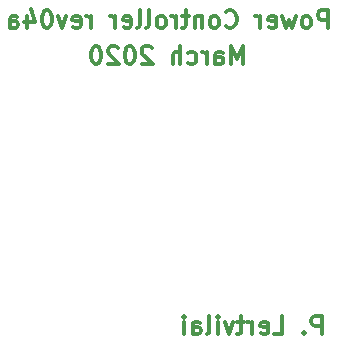
<source format=gbr>
G04 #@! TF.GenerationSoftware,KiCad,Pcbnew,(5.0.2)-1*
G04 #@! TF.CreationDate,2020-03-11T11:41:09-07:00*
G04 #@! TF.ProjectId,powerControl,706f7765-7243-46f6-9e74-726f6c2e6b69,rev?*
G04 #@! TF.SameCoordinates,Original*
G04 #@! TF.FileFunction,Legend,Bot*
G04 #@! TF.FilePolarity,Positive*
%FSLAX46Y46*%
G04 Gerber Fmt 4.6, Leading zero omitted, Abs format (unit mm)*
G04 Created by KiCad (PCBNEW (5.0.2)-1) date 3/11/2020 11:41:09 AM*
%MOMM*%
%LPD*%
G01*
G04 APERTURE LIST*
%ADD10C,0.300000*%
G04 APERTURE END LIST*
D10*
X104373428Y-80434571D02*
X104373428Y-78934571D01*
X103802000Y-78934571D01*
X103659142Y-79006000D01*
X103587714Y-79077428D01*
X103516285Y-79220285D01*
X103516285Y-79434571D01*
X103587714Y-79577428D01*
X103659142Y-79648857D01*
X103802000Y-79720285D01*
X104373428Y-79720285D01*
X102873428Y-80291714D02*
X102802000Y-80363142D01*
X102873428Y-80434571D01*
X102944857Y-80363142D01*
X102873428Y-80291714D01*
X102873428Y-80434571D01*
X100302000Y-80434571D02*
X101016285Y-80434571D01*
X101016285Y-78934571D01*
X99230571Y-80363142D02*
X99373428Y-80434571D01*
X99659142Y-80434571D01*
X99802000Y-80363142D01*
X99873428Y-80220285D01*
X99873428Y-79648857D01*
X99802000Y-79506000D01*
X99659142Y-79434571D01*
X99373428Y-79434571D01*
X99230571Y-79506000D01*
X99159142Y-79648857D01*
X99159142Y-79791714D01*
X99873428Y-79934571D01*
X98516285Y-80434571D02*
X98516285Y-79434571D01*
X98516285Y-79720285D02*
X98444857Y-79577428D01*
X98373428Y-79506000D01*
X98230571Y-79434571D01*
X98087714Y-79434571D01*
X97802000Y-79434571D02*
X97230571Y-79434571D01*
X97587714Y-78934571D02*
X97587714Y-80220285D01*
X97516285Y-80363142D01*
X97373428Y-80434571D01*
X97230571Y-80434571D01*
X96873428Y-79434571D02*
X96516285Y-80434571D01*
X96159142Y-79434571D01*
X95587714Y-80434571D02*
X95587714Y-79434571D01*
X95587714Y-78934571D02*
X95659142Y-79006000D01*
X95587714Y-79077428D01*
X95516285Y-79006000D01*
X95587714Y-78934571D01*
X95587714Y-79077428D01*
X94659142Y-80434571D02*
X94802000Y-80363142D01*
X94873428Y-80220285D01*
X94873428Y-78934571D01*
X93444857Y-80434571D02*
X93444857Y-79648857D01*
X93516285Y-79506000D01*
X93659142Y-79434571D01*
X93944857Y-79434571D01*
X94087714Y-79506000D01*
X93444857Y-80363142D02*
X93587714Y-80434571D01*
X93944857Y-80434571D01*
X94087714Y-80363142D01*
X94159142Y-80220285D01*
X94159142Y-80077428D01*
X94087714Y-79934571D01*
X93944857Y-79863142D01*
X93587714Y-79863142D01*
X93444857Y-79791714D01*
X92730571Y-80434571D02*
X92730571Y-79434571D01*
X92730571Y-78934571D02*
X92802000Y-79006000D01*
X92730571Y-79077428D01*
X92659142Y-79006000D01*
X92730571Y-78934571D01*
X92730571Y-79077428D01*
X97705857Y-57574571D02*
X97705857Y-56074571D01*
X97205857Y-57146000D01*
X96705857Y-56074571D01*
X96705857Y-57574571D01*
X95348714Y-57574571D02*
X95348714Y-56788857D01*
X95420142Y-56646000D01*
X95563000Y-56574571D01*
X95848714Y-56574571D01*
X95991571Y-56646000D01*
X95348714Y-57503142D02*
X95491571Y-57574571D01*
X95848714Y-57574571D01*
X95991571Y-57503142D01*
X96063000Y-57360285D01*
X96063000Y-57217428D01*
X95991571Y-57074571D01*
X95848714Y-57003142D01*
X95491571Y-57003142D01*
X95348714Y-56931714D01*
X94634428Y-57574571D02*
X94634428Y-56574571D01*
X94634428Y-56860285D02*
X94563000Y-56717428D01*
X94491571Y-56646000D01*
X94348714Y-56574571D01*
X94205857Y-56574571D01*
X93063000Y-57503142D02*
X93205857Y-57574571D01*
X93491571Y-57574571D01*
X93634428Y-57503142D01*
X93705857Y-57431714D01*
X93777285Y-57288857D01*
X93777285Y-56860285D01*
X93705857Y-56717428D01*
X93634428Y-56646000D01*
X93491571Y-56574571D01*
X93205857Y-56574571D01*
X93063000Y-56646000D01*
X92420142Y-57574571D02*
X92420142Y-56074571D01*
X91777285Y-57574571D02*
X91777285Y-56788857D01*
X91848714Y-56646000D01*
X91991571Y-56574571D01*
X92205857Y-56574571D01*
X92348714Y-56646000D01*
X92420142Y-56717428D01*
X89991571Y-56217428D02*
X89920142Y-56146000D01*
X89777285Y-56074571D01*
X89420142Y-56074571D01*
X89277285Y-56146000D01*
X89205857Y-56217428D01*
X89134428Y-56360285D01*
X89134428Y-56503142D01*
X89205857Y-56717428D01*
X90063000Y-57574571D01*
X89134428Y-57574571D01*
X88205857Y-56074571D02*
X88063000Y-56074571D01*
X87920142Y-56146000D01*
X87848714Y-56217428D01*
X87777285Y-56360285D01*
X87705857Y-56646000D01*
X87705857Y-57003142D01*
X87777285Y-57288857D01*
X87848714Y-57431714D01*
X87920142Y-57503142D01*
X88063000Y-57574571D01*
X88205857Y-57574571D01*
X88348714Y-57503142D01*
X88420142Y-57431714D01*
X88491571Y-57288857D01*
X88563000Y-57003142D01*
X88563000Y-56646000D01*
X88491571Y-56360285D01*
X88420142Y-56217428D01*
X88348714Y-56146000D01*
X88205857Y-56074571D01*
X87134428Y-56217428D02*
X87063000Y-56146000D01*
X86920142Y-56074571D01*
X86563000Y-56074571D01*
X86420142Y-56146000D01*
X86348714Y-56217428D01*
X86277285Y-56360285D01*
X86277285Y-56503142D01*
X86348714Y-56717428D01*
X87205857Y-57574571D01*
X86277285Y-57574571D01*
X85348714Y-56074571D02*
X85205857Y-56074571D01*
X85063000Y-56146000D01*
X84991571Y-56217428D01*
X84920142Y-56360285D01*
X84848714Y-56646000D01*
X84848714Y-57003142D01*
X84920142Y-57288857D01*
X84991571Y-57431714D01*
X85063000Y-57503142D01*
X85205857Y-57574571D01*
X85348714Y-57574571D01*
X85491571Y-57503142D01*
X85563000Y-57431714D01*
X85634428Y-57288857D01*
X85705857Y-57003142D01*
X85705857Y-56646000D01*
X85634428Y-56360285D01*
X85563000Y-56217428D01*
X85491571Y-56146000D01*
X85348714Y-56074571D01*
X104904285Y-54526571D02*
X104904285Y-53026571D01*
X104332857Y-53026571D01*
X104190000Y-53098000D01*
X104118571Y-53169428D01*
X104047142Y-53312285D01*
X104047142Y-53526571D01*
X104118571Y-53669428D01*
X104190000Y-53740857D01*
X104332857Y-53812285D01*
X104904285Y-53812285D01*
X103190000Y-54526571D02*
X103332857Y-54455142D01*
X103404285Y-54383714D01*
X103475714Y-54240857D01*
X103475714Y-53812285D01*
X103404285Y-53669428D01*
X103332857Y-53598000D01*
X103190000Y-53526571D01*
X102975714Y-53526571D01*
X102832857Y-53598000D01*
X102761428Y-53669428D01*
X102690000Y-53812285D01*
X102690000Y-54240857D01*
X102761428Y-54383714D01*
X102832857Y-54455142D01*
X102975714Y-54526571D01*
X103190000Y-54526571D01*
X102190000Y-53526571D02*
X101904285Y-54526571D01*
X101618571Y-53812285D01*
X101332857Y-54526571D01*
X101047142Y-53526571D01*
X99904285Y-54455142D02*
X100047142Y-54526571D01*
X100332857Y-54526571D01*
X100475714Y-54455142D01*
X100547142Y-54312285D01*
X100547142Y-53740857D01*
X100475714Y-53598000D01*
X100332857Y-53526571D01*
X100047142Y-53526571D01*
X99904285Y-53598000D01*
X99832857Y-53740857D01*
X99832857Y-53883714D01*
X100547142Y-54026571D01*
X99190000Y-54526571D02*
X99190000Y-53526571D01*
X99190000Y-53812285D02*
X99118571Y-53669428D01*
X99047142Y-53598000D01*
X98904285Y-53526571D01*
X98761428Y-53526571D01*
X96261428Y-54383714D02*
X96332857Y-54455142D01*
X96547142Y-54526571D01*
X96690000Y-54526571D01*
X96904285Y-54455142D01*
X97047142Y-54312285D01*
X97118571Y-54169428D01*
X97190000Y-53883714D01*
X97190000Y-53669428D01*
X97118571Y-53383714D01*
X97047142Y-53240857D01*
X96904285Y-53098000D01*
X96690000Y-53026571D01*
X96547142Y-53026571D01*
X96332857Y-53098000D01*
X96261428Y-53169428D01*
X95404285Y-54526571D02*
X95547142Y-54455142D01*
X95618571Y-54383714D01*
X95690000Y-54240857D01*
X95690000Y-53812285D01*
X95618571Y-53669428D01*
X95547142Y-53598000D01*
X95404285Y-53526571D01*
X95190000Y-53526571D01*
X95047142Y-53598000D01*
X94975714Y-53669428D01*
X94904285Y-53812285D01*
X94904285Y-54240857D01*
X94975714Y-54383714D01*
X95047142Y-54455142D01*
X95190000Y-54526571D01*
X95404285Y-54526571D01*
X94261428Y-53526571D02*
X94261428Y-54526571D01*
X94261428Y-53669428D02*
X94190000Y-53598000D01*
X94047142Y-53526571D01*
X93832857Y-53526571D01*
X93690000Y-53598000D01*
X93618571Y-53740857D01*
X93618571Y-54526571D01*
X93118571Y-53526571D02*
X92547142Y-53526571D01*
X92904285Y-53026571D02*
X92904285Y-54312285D01*
X92832857Y-54455142D01*
X92690000Y-54526571D01*
X92547142Y-54526571D01*
X92047142Y-54526571D02*
X92047142Y-53526571D01*
X92047142Y-53812285D02*
X91975714Y-53669428D01*
X91904285Y-53598000D01*
X91761428Y-53526571D01*
X91618571Y-53526571D01*
X90904285Y-54526571D02*
X91047142Y-54455142D01*
X91118571Y-54383714D01*
X91190000Y-54240857D01*
X91190000Y-53812285D01*
X91118571Y-53669428D01*
X91047142Y-53598000D01*
X90904285Y-53526571D01*
X90690000Y-53526571D01*
X90547142Y-53598000D01*
X90475714Y-53669428D01*
X90404285Y-53812285D01*
X90404285Y-54240857D01*
X90475714Y-54383714D01*
X90547142Y-54455142D01*
X90690000Y-54526571D01*
X90904285Y-54526571D01*
X89547142Y-54526571D02*
X89690000Y-54455142D01*
X89761428Y-54312285D01*
X89761428Y-53026571D01*
X88761428Y-54526571D02*
X88904285Y-54455142D01*
X88975714Y-54312285D01*
X88975714Y-53026571D01*
X87618571Y-54455142D02*
X87761428Y-54526571D01*
X88047142Y-54526571D01*
X88190000Y-54455142D01*
X88261428Y-54312285D01*
X88261428Y-53740857D01*
X88190000Y-53598000D01*
X88047142Y-53526571D01*
X87761428Y-53526571D01*
X87618571Y-53598000D01*
X87547142Y-53740857D01*
X87547142Y-53883714D01*
X88261428Y-54026571D01*
X86904285Y-54526571D02*
X86904285Y-53526571D01*
X86904285Y-53812285D02*
X86832857Y-53669428D01*
X86761428Y-53598000D01*
X86618571Y-53526571D01*
X86475714Y-53526571D01*
X84832857Y-54526571D02*
X84832857Y-53526571D01*
X84832857Y-53812285D02*
X84761428Y-53669428D01*
X84690000Y-53598000D01*
X84547142Y-53526571D01*
X84404285Y-53526571D01*
X83332857Y-54455142D02*
X83475714Y-54526571D01*
X83761428Y-54526571D01*
X83904285Y-54455142D01*
X83975714Y-54312285D01*
X83975714Y-53740857D01*
X83904285Y-53598000D01*
X83761428Y-53526571D01*
X83475714Y-53526571D01*
X83332857Y-53598000D01*
X83261428Y-53740857D01*
X83261428Y-53883714D01*
X83975714Y-54026571D01*
X82761428Y-53526571D02*
X82404285Y-54526571D01*
X82047142Y-53526571D01*
X81190000Y-53026571D02*
X81047142Y-53026571D01*
X80904285Y-53098000D01*
X80832857Y-53169428D01*
X80761428Y-53312285D01*
X80690000Y-53598000D01*
X80690000Y-53955142D01*
X80761428Y-54240857D01*
X80832857Y-54383714D01*
X80904285Y-54455142D01*
X81047142Y-54526571D01*
X81190000Y-54526571D01*
X81332857Y-54455142D01*
X81404285Y-54383714D01*
X81475714Y-54240857D01*
X81547142Y-53955142D01*
X81547142Y-53598000D01*
X81475714Y-53312285D01*
X81404285Y-53169428D01*
X81332857Y-53098000D01*
X81190000Y-53026571D01*
X79404285Y-53526571D02*
X79404285Y-54526571D01*
X79761428Y-52955142D02*
X80118571Y-54026571D01*
X79190000Y-54026571D01*
X77975714Y-54526571D02*
X77975714Y-53740857D01*
X78047142Y-53598000D01*
X78190000Y-53526571D01*
X78475714Y-53526571D01*
X78618571Y-53598000D01*
X77975714Y-54455142D02*
X78118571Y-54526571D01*
X78475714Y-54526571D01*
X78618571Y-54455142D01*
X78690000Y-54312285D01*
X78690000Y-54169428D01*
X78618571Y-54026571D01*
X78475714Y-53955142D01*
X78118571Y-53955142D01*
X77975714Y-53883714D01*
M02*

</source>
